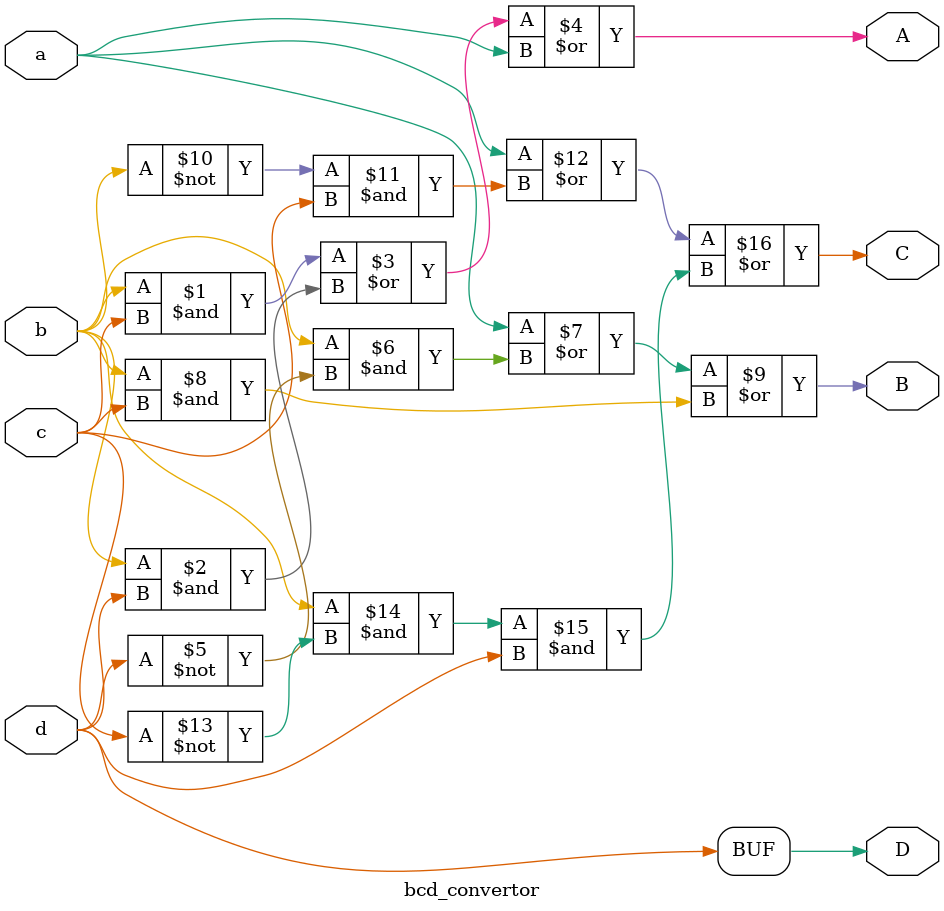
<source format=v>
module bcd_convertor(a,b,c,d,A,B,C,D) ;
input a,b,c,d;
wire a,b,c,d;

output A,B,C,D;
wire A,B,C,D;


assign A=((b&c)|(b&d)|a);
assign B=(a| (b&~d) | (b&c));
assign C=(a|(~b&c) | (b& ~c&d));
assign D=d;

endmodule

</source>
